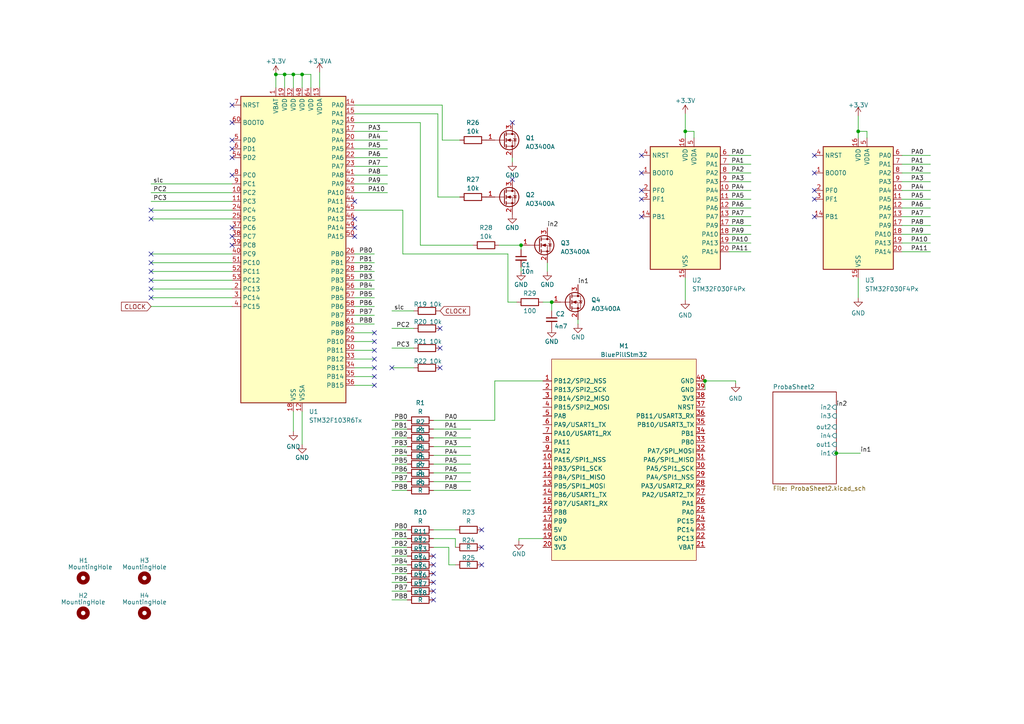
<source format=kicad_sch>
(kicad_sch (version 20230121) (generator eeschema)
  (paper "A4")
  (title_block (title "My proba"))
  (lib_symbols
    (symbol "Device:C_Small" (pin_numbers hide) (pin_names (offset 0.254) hide)
      (property "Reference" "C" (at 0.254 1.778 0))
      (property "Value" "C_Small" (at 0.254 -2.032 0))
      (symbol "C_Small_0_1"
        (polyline (pts (xy -1.524 -0.508) (xy 1.524 -0.508)) (stroke (width 0.3302)))
        (polyline (pts (xy -1.524 0.508) (xy 1.524 0.508)) (stroke (width 0.3048)))
      )
      (symbol "C_Small_1_1"
        (pin passive line (at 0 2.54 270) (length 2.032) (name "~") (number "1"))
        (pin passive line (at 0 -2.54 90) (length 2.032) (name "~") (number "2"))
      )
    )
    (symbol "Device:R" (pin_numbers hide) (pin_names (offset 0))
      (property "Reference" "R" (at 2.032 0 90))
      (property "Value" "R" (at 0 0 90))
      (symbol "R_0_1"
        (rectangle (start -1.016 -2.54) (end 1.016 2.54) (stroke (width 0.254)))
      )
      (symbol "R_1_1"
        (pin passive line (at 0 3.81 270) (length 1.27) (name "~") (number "1"))
        (pin passive line (at 0 -3.81 90) (length 1.27) (name "~") (number "2"))
      )
    )
    (symbol "MCU_ST_STM32F0:STM32F030F4Px"
      (property "Reference" "U" (at -10.16 19.05 0))
      (property "Value" "STM32F030F4Px" (at 5.08 19.05 0))
      (symbol "STM32F030F4Px_0_1"
        (rectangle (start -10.16 -17.78) (end 10.16 17.78) (stroke (width 0.254)) (fill (type background)))
      )
      (symbol "STM32F030F4Px_1_1"
        (pin input line (at -12.7 10.16 0) (length 2.54) (name "BOOT0") (number "1"))
        (pin bidirectional line (at 12.7 5.08 180) (length 2.54) (name "PA4") (number "10"))
        (pin bidirectional line (at 12.7 2.54 180) (length 2.54) (name "PA5") (number "11"))
        (pin bidirectional line (at 12.7 0 180) (length 2.54) (name "PA6") (number "12"))
        (pin bidirectional line (at 12.7 -2.54 180) (length 2.54) (name "PA7") (number "13"))
        (pin bidirectional line (at -12.7 -2.54 0) (length 2.54) (name "PB1") (number "14"))
        (pin power_in line (at 0 -20.32 90) (length 2.54) (name "VSS") (number "15"))
        (pin power_in line (at 0 20.32 270) (length 2.54) (name "VDD") (number "16"))
        (pin bidirectional line (at 12.7 -5.08 180) (length 2.54) (name "PA9") (number "17"))
        (pin bidirectional line (at 12.7 -7.62 180) (length 2.54) (name "PA10") (number "18"))
        (pin bidirectional line (at 12.7 -10.16 180) (length 2.54) (name "PA13") (number "19"))
        (pin bidirectional line (at -12.7 5.08 0) (length 2.54) (name "PF0") (number "2"))
        (pin bidirectional line (at 12.7 -12.7 180) (length 2.54) (name "PA14") (number "20"))
        (pin bidirectional line (at -12.7 2.54 0) (length 2.54) (name "PF1") (number "3"))
        (pin input line (at -12.7 15.24 0) (length 2.54) (name "NRST") (number "4"))
        (pin power_in line (at 2.54 20.32 270) (length 2.54) (name "VDDA") (number "5"))
        (pin bidirectional line (at 12.7 15.24 180) (length 2.54) (name "PA0") (number "6"))
        (pin bidirectional line (at 12.7 12.7 180) (length 2.54) (name "PA1") (number "7"))
        (pin bidirectional line (at 12.7 10.16 180) (length 2.54) (name "PA2") (number "8"))
        (pin bidirectional line (at 12.7 7.62 180) (length 2.54) (name "PA3") (number "9"))
      )
    )
    (symbol "MCU_ST_STM32F1:STM32F103R6Tx"
      (property "Reference" "U" (at -15.24 46.99 0))
      (property "Value" "STM32F103R6Tx" (at 10.16 46.99 0))
      (symbol "STM32F103R6Tx_0_1"
        (rectangle (start -15.24 -43.18) (end 15.24 45.72) (stroke (width 0.254)) (fill (type background)))
      )
      (symbol "STM32F103R6Tx_1_1"
        (pin power_in line (at -5.08 48.26 270) (length 2.54) (name "VBAT") (number "1"))
        (pin bidirectional line (at -17.78 17.78 0) (length 2.54) (name "PC2") (number "10"))
        (pin bidirectional line (at -17.78 15.24 0) (length 2.54) (name "PC3") (number "11"))
        (pin power_in line (at 2.54 -45.72 90) (length 2.54) (name "VSSA") (number "12"))
        (pin power_in line (at 7.62 48.26 270) (length 2.54) (name "VDDA") (number "13"))
        (pin bidirectional line (at 17.78 43.18 180) (length 2.54) (name "PA0") (number "14"))
        (pin bidirectional line (at 17.78 40.64 180) (length 2.54) (name "PA1") (number "15"))
        (pin bidirectional line (at 17.78 38.1 180) (length 2.54) (name "PA2") (number "16"))
        (pin bidirectional line (at 17.78 35.56 180) (length 2.54) (name "PA3") (number "17"))
        (pin power_in line (at 0 -45.72 90) (length 2.54) (name "VSS") (number "18"))
        (pin power_in line (at -2.54 48.26 270) (length 2.54) (name "VDD") (number "19"))
        (pin bidirectional line (at -17.78 -10.16 0) (length 2.54) (name "PC13") (number "2"))
        (pin bidirectional line (at 17.78 33.02 180) (length 2.54) (name "PA4") (number "20"))
        (pin bidirectional line (at 17.78 30.48 180) (length 2.54) (name "PA5") (number "21"))
        (pin bidirectional line (at 17.78 27.94 180) (length 2.54) (name "PA6") (number "22"))
        (pin bidirectional line (at 17.78 25.4 180) (length 2.54) (name "PA7") (number "23"))
        (pin bidirectional line (at -17.78 12.7 0) (length 2.54) (name "PC4") (number "24"))
        (pin bidirectional line (at -17.78 10.16 0) (length 2.54) (name "PC5") (number "25"))
        (pin bidirectional line (at 17.78 0 180) (length 2.54) (name "PB0") (number "26"))
        (pin bidirectional line (at 17.78 -2.54 180) (length 2.54) (name "PB1") (number "27"))
        (pin bidirectional line (at 17.78 -5.08 180) (length 2.54) (name "PB2") (number "28"))
        (pin bidirectional line (at 17.78 -25.4 180) (length 2.54) (name "PB10") (number "29"))
        (pin bidirectional line (at -17.78 -12.7 0) (length 2.54) (name "PC14") (number "3"))
        (pin bidirectional line (at 17.78 -27.94 180) (length 2.54) (name "PB11") (number "30"))
        (pin passive line (at 0 -45.72 90) (length 2.54) hide (name "VSS") (number "31"))
        (pin power_in line (at 0 48.26 270) (length 2.54) (name "VDD") (number "32"))
        (pin bidirectional line (at 17.78 -30.48 180) (length 2.54) (name "PB12") (number "33"))
        (pin bidirectional line (at 17.78 -33.02 180) (length 2.54) (name "PB13") (number "34"))
        (pin bidirectional line (at 17.78 -35.56 180) (length 2.54) (name "PB14") (number "35"))
        (pin bidirectional line (at 17.78 -38.1 180) (length 2.54) (name "PB15") (number "36"))
        (pin bidirectional line (at -17.78 7.62 0) (length 2.54) (name "PC6") (number "37"))
        (pin bidirectional line (at -17.78 5.08 0) (length 2.54) (name "PC7") (number "38"))
        (pin bidirectional line (at -17.78 2.54 0) (length 2.54) (name "PC8") (number "39"))
        (pin bidirectional line (at -17.78 -15.24 0) (length 2.54) (name "PC15") (number "4"))
        (pin bidirectional line (at -17.78 0 0) (length 2.54) (name "PC9") (number "40"))
        (pin bidirectional line (at 17.78 22.86 180) (length 2.54) (name "PA8") (number "41"))
        (pin bidirectional line (at 17.78 20.32 180) (length 2.54) (name "PA9") (number "42"))
        (pin bidirectional line (at 17.78 17.78 180) (length 2.54) (name "PA10") (number "43"))
        (pin bidirectional line (at 17.78 15.24 180) (length 2.54) (name "PA11") (number "44"))
        (pin bidirectional line (at 17.78 12.7 180) (length 2.54) (name "PA12") (number "45"))
        (pin bidirectional line (at 17.78 10.16 180) (length 2.54) (name "PA13") (number "46"))
        (pin passive line (at 0 -45.72 90) (length 2.54) hide (name "VSS") (number "47"))
        (pin power_in line (at 2.54 48.26 270) (length 2.54) (name "VDD") (number "48"))
        (pin bidirectional line (at 17.78 7.62 180) (length 2.54) (name "PA14") (number "49"))
        (pin bidirectional line (at -17.78 33.02 0) (length 2.54) (name "PD0") (number "5"))
        (pin bidirectional line (at 17.78 5.08 180) (length 2.54) (name "PA15") (number "50"))
        (pin bidirectional line (at -17.78 -2.54 0) (length 2.54) (name "PC10") (number "51"))
        (pin bidirectional line (at -17.78 -5.08 0) (length 2.54) (name "PC11") (number "52"))
        (pin bidirectional line (at -17.78 -7.62 0) (length 2.54) (name "PC12") (number "53"))
        (pin bidirectional line (at -17.78 27.94 0) (length 2.54) (name "PD2") (number "54"))
        (pin bidirectional line (at 17.78 -7.62 180) (length 2.54) (name "PB3") (number "55"))
        (pin bidirectional line (at 17.78 -10.16 180) (length 2.54) (name "PB4") (number "56"))
        (pin bidirectional line (at 17.78 -12.7 180) (length 2.54) (name "PB5") (number "57"))
        (pin bidirectional line (at 17.78 -15.24 180) (length 2.54) (name "PB6") (number "58"))
        (pin bidirectional line (at 17.78 -17.78 180) (length 2.54) (name "PB7") (number "59"))
        (pin bidirectional line (at -17.78 30.48 0) (length 2.54) (name "PD1") (number "6"))
        (pin input line (at -17.78 38.1 0) (length 2.54) (name "BOOT0") (number "60"))
        (pin bidirectional line (at 17.78 -20.32 180) (length 2.54) (name "PB8") (number "61"))
        (pin bidirectional line (at 17.78 -22.86 180) (length 2.54) (name "PB9") (number "62"))
        (pin passive line (at 0 -45.72 90) (length 2.54) hide (name "VSS") (number "63"))
        (pin power_in line (at 5.08 48.26 270) (length 2.54) (name "VDD") (number "64"))
        (pin input line (at -17.78 43.18 0) (length 2.54) (name "NRST") (number "7"))
        (pin bidirectional line (at -17.78 22.86 0) (length 2.54) (name "PC0") (number "8"))
        (pin bidirectional line (at -17.78 20.32 0) (length 2.54) (name "PC1") (number "9"))
      )
    )
    (symbol "Mechanical:MountingHole" (pin_names (offset 1.016))
      (property "Reference" "H" (at 0 5.08 0))
      (property "Value" "MountingHole" (at 0 3.175 0))
      (symbol "MountingHole_0_1"
        (circle (center 0 0) (radius 1.27) (stroke (width 1.27)))
      )
    )
    (symbol "Transistor_FET:AO3400A" (pin_names hide)
      (property "Reference" "Q" (at 5.08 1.905 0))
      (property "Value" "AO3400A" (at 5.08 0 0))
      (symbol "AO3400A_0_1"
        (polyline (pts (xy 0.254 0) (xy -2.54 0)))
        (polyline (pts (xy 0.254 1.905) (xy 0.254 -1.905)) (stroke (width 0.254)))
        (polyline (pts (xy 0.762 -1.27) (xy 0.762 -2.286)) (stroke (width 0.254)))
        (polyline (pts (xy 0.762 0.508) (xy 0.762 -0.508)) (stroke (width 0.254)))
        (polyline (pts (xy 0.762 2.286) (xy 0.762 1.27)) (stroke (width 0.254)))
        (polyline (pts (xy 2.54 2.54) (xy 2.54 1.778)))
        (polyline (pts (xy 2.54 -2.54) (xy 2.54 0) (xy 0.762 0)))
        (polyline (pts (xy 0.762 -1.778) (xy 3.302 -1.778) (xy 3.302 1.778) (xy 0.762 1.778)))
        (polyline (pts (xy 1.016 0) (xy 2.032 0.381) (xy 2.032 -0.381) (xy 1.016 0)) (fill (type outline)))
        (polyline (pts (xy 2.794 0.508) (xy 2.921 0.381) (xy 3.683 0.381) (xy 3.81 0.254)))
        (polyline (pts (xy 3.302 0.381) (xy 2.921 -0.254) (xy 3.683 -0.254) (xy 3.302 0.381)))
        (circle (center 1.651 0) (radius 2.794) (stroke (width 0.254)))
        (circle (center 2.54 -1.778) (radius 0.254) (fill (type outline)))
        (circle (center 2.54 1.778) (radius 0.254) (fill (type outline)))
      )
      (symbol "AO3400A_1_1"
        (pin input line (at -5.08 0 0) (length 2.54) (name "G") (number "1"))
        (pin passive line (at 2.54 -5.08 90) (length 2.54) (name "S") (number "2"))
        (pin passive line (at 2.54 5.08 270) (length 2.54) (name "D") (number "3"))
      )
    )
    (symbol "Z_modules:BluePillStm32"
      (property "Reference" "M" (at -1.27 30.48 0))
      (property "Value" "BluePillStm32" (at -1.27 26.67 0))
      (symbol "BluePillStm32_1_1"
        (rectangle (start -21.59 29.21) (end 20.32 -29.21) (fill (type background)))
        (pin tri_state line (at -24.13 22.86 0) (length 2.54) (name "PB12/SPI2_NSS") (number "1"))
        (pin tri_state line (at -24.13 0 0) (length 2.54) (name "PA15/SPI1_NSS") (number "10"))
        (pin tri_state line (at -24.13 -2.54 0) (length 2.54) (name "PB3/SPI1_SCK") (number "11"))
        (pin tri_state line (at -24.13 -5.08 0) (length 2.54) (name "PB4/SPI1_MISO") (number "12"))
        (pin tri_state line (at -24.13 -7.62 0) (length 2.54) (name "PB5/SPI1_MOSI") (number "13"))
        (pin tri_state line (at -24.13 -10.16 0) (length 2.54) (name "PB6/USART1_TX") (number "14"))
        (pin tri_state line (at -24.13 -12.7 0) (length 2.54) (name "PB7/USART1_RX") (number "15"))
        (pin tri_state line (at -24.13 -15.24 0) (length 2.54) (name "PB8") (number "16"))
        (pin tri_state line (at -24.13 -17.78 0) (length 2.54) (name "PB9") (number "17"))
        (pin power_in line (at -24.13 -20.32 0) (length 2.54) (name "5V") (number "18"))
        (pin power_in line (at -24.13 -22.86 0) (length 2.54) (name "GND") (number "19"))
        (pin tri_state line (at -24.13 20.32 0) (length 2.54) (name "PB13/SPI2_SCK") (number "2"))
        (pin power_in line (at -24.13 -25.4 0) (length 2.54) (name "3V3") (number "20"))
        (pin power_in line (at 22.86 -25.4 180) (length 2.54) (name "VBAT") (number "21"))
        (pin tri_state line (at 22.86 -22.86 180) (length 2.54) (name "PC13") (number "22"))
        (pin tri_state line (at 22.86 -20.32 180) (length 2.54) (name "PC14") (number "23"))
        (pin tri_state line (at 22.86 -17.78 180) (length 2.54) (name "PC15") (number "24"))
        (pin tri_state line (at 22.86 -15.24 180) (length 2.54) (name "PA0") (number "25"))
        (pin tri_state line (at 22.86 -12.7 180) (length 2.54) (name "PA1") (number "26"))
        (pin tri_state line (at 22.86 -10.16 180) (length 2.54) (name "PA2/USART2_TX") (number "27"))
        (pin tri_state line (at 22.86 -7.62 180) (length 2.54) (name "PA3/USART2_RX") (number "28"))
        (pin tri_state line (at 22.86 -5.08 180) (length 2.54) (name "PA4/SPI1_NSS") (number "29"))
        (pin tri_state line (at -24.13 17.78 0) (length 2.54) (name "PB14/SPI2_MISO") (number "3"))
        (pin tri_state line (at 22.86 -2.54 180) (length 2.54) (name "PA5/SPI1_SCK") (number "30"))
        (pin tri_state line (at 22.86 0 180) (length 2.54) (name "PA6/SPI1_MISO") (number "31"))
        (pin tri_state line (at 22.86 2.54 180) (length 2.54) (name "PA7/SPI_MOSI") (number "32"))
        (pin tri_state line (at 22.86 5.08 180) (length 2.54) (name "PB0") (number "33"))
        (pin tri_state line (at 22.86 7.62 180) (length 2.54) (name "PB1") (number "34"))
        (pin tri_state line (at 22.86 10.16 180) (length 2.54) (name "PB10/USART3_TX") (number "35"))
        (pin tri_state line (at 22.86 12.7 180) (length 2.54) (name "PB11/USART3_RX") (number "36"))
        (pin tri_state line (at 22.86 15.24 180) (length 2.54) (name "NRST") (number "37"))
        (pin power_in line (at 22.86 17.78 180) (length 2.54) (name "3V3") (number "38"))
        (pin power_in line (at 22.86 20.32 180) (length 2.54) (name "GND") (number "39"))
        (pin tri_state line (at -24.13 15.24 0) (length 2.54) (name "PB15/SPI2_MOSI") (number "4"))
        (pin power_in line (at 22.86 22.86 180) (length 2.54) (name "GND") (number "40"))
        (pin tri_state line (at -24.13 12.7 0) (length 2.54) (name "PA8") (number "5"))
        (pin tri_state line (at -24.13 10.16 0) (length 2.54) (name "PA9/USART1_TX") (number "6"))
        (pin tri_state line (at -24.13 7.62 0) (length 2.54) (name "PA10/USART1_RX") (number "7"))
        (pin tri_state line (at -24.13 5.08 0) (length 2.54) (name "PA11") (number "8"))
        (pin tri_state line (at -24.13 2.54 0) (length 2.54) (name "PA12") (number "9"))
      )
    )
    (symbol "power:+3.3V" (power) (pin_names (offset 0))
      (property "Value" "+3.3V" (at 0 3.556 0))
      (symbol "+3.3V_0_1"
        (polyline (pts (xy -0.762 1.27) (xy 0 2.54)))
        (polyline (pts (xy 0 0) (xy 0 2.54)))
        (polyline (pts (xy 0 2.54) (xy 0.762 1.27)))
      )
      (symbol "+3.3V_1_1"
        (pin power_in line (at 0 0 90) (length 0) hide (name "+3.3V") (number "1"))
      )
    )
    (symbol "power:+3.3VA" (power) (pin_names (offset 0))
      (property "Value" "+3.3VA" (at 0 3.556 0))
      (symbol "+3.3VA_0_1"
        (polyline (pts (xy -0.762 1.27) (xy 0 2.54)))
        (polyline (pts (xy 0 0) (xy 0 2.54)))
        (polyline (pts (xy 0 2.54) (xy 0.762 1.27)))
      )
      (symbol "+3.3VA_1_1"
        (pin power_in line (at 0 0 90) (length 0) hide (name "+3.3VA") (number "1"))
      )
    )
    (symbol "power:GND" (power) (pin_names (offset 0))
      (property "Value" "GND" (at 0 -3.81 0))
      (symbol "GND_0_1"
        (polyline (pts (xy 0 0) (xy 0 -1.27) (xy 1.27 -1.27) (xy 0 -2.54) (xy -1.27 -1.27) (xy 0 -1.27)))
      )
      (symbol "GND_1_1"
        (pin power_in line (at 0 0 270) (length 0) hide (name "GND") (number "1"))
      )
    )
  )
  (junction (at 198.755 38.1))
  (junction (at 82.55 21.59))
  (junction (at 204.47 110.49))
  (junction (at 85.09 21.59))
  (junction (at 242.57 131.445))
  (junction (at 151.13 71.12))
  (junction (at 87.63 21.59))
  (junction (at 80.01 21.59))
  (junction (at 248.92 38.1))
  (junction (at 160.02 87.63))
  (no_connect (at 43.815 76.2))
  (no_connect (at 125.73 171.45))
  (no_connect (at 43.815 86.36))
  (no_connect (at 108.585 96.52))
  (no_connect (at 67.31 30.48))
  (no_connect (at 108.585 106.68))
  (no_connect (at 186.055 45.085))
  (no_connect (at 43.815 78.74))
  (no_connect (at 102.87 68.58))
  (no_connect (at 148.59 52.07))
  (no_connect (at 186.055 50.165))
  (no_connect (at 67.31 68.58))
  (no_connect (at 108.585 109.22))
  (no_connect (at 102.87 63.5))
  (no_connect (at 67.31 71.12))
  (no_connect (at 139.7 153.67))
  (no_connect (at 127.635 95.25))
  (no_connect (at 125.73 173.99))
  (no_connect (at 67.31 43.18))
  (no_connect (at 67.31 66.04))
  (no_connect (at 127.635 100.965))
  (no_connect (at 236.22 57.785))
  (no_connect (at 67.31 35.56))
  (no_connect (at 108.585 111.76))
  (no_connect (at 186.055 62.865))
  (no_connect (at 236.22 50.165))
  (no_connect (at 67.31 45.72))
  (no_connect (at 186.055 57.785))
  (no_connect (at 102.87 66.04))
  (no_connect (at 43.815 60.96))
  (no_connect (at 148.59 35.56))
  (no_connect (at 127.635 106.68))
  (no_connect (at 67.31 50.8))
  (no_connect (at 108.585 101.6))
  (no_connect (at 125.73 166.37))
  (no_connect (at 236.22 62.865))
  (no_connect (at 236.22 55.245))
  (no_connect (at 125.73 161.29))
  (no_connect (at 43.815 73.66))
  (no_connect (at 102.87 58.42))
  (no_connect (at 113.665 106.68))
  (no_connect (at 43.815 63.5))
  (no_connect (at 108.585 104.14))
  (no_connect (at 108.585 99.06))
  (no_connect (at 139.7 158.75))
  (no_connect (at 236.22 45.085))
  (no_connect (at 125.73 168.91))
  (no_connect (at 67.31 40.64))
  (no_connect (at 186.055 55.245))
  (no_connect (at 139.7 163.83))
  (no_connect (at 43.815 83.82))
  (no_connect (at 43.815 81.28))
  (no_connect (at 125.73 163.83))
  (wire (pts (xy 147.32 73.66) (xy 116.84 73.66)))
  (wire (pts (xy 160.02 87.63) (xy 160.02 90.17)))
  (wire (pts (xy 102.87 33.02) (xy 127 33.02)))
  (wire (pts (xy 102.87 101.6) (xy 108.585 101.6)))
  (wire (pts (xy 211.455 60.325) (xy 217.805 60.325)))
  (wire (pts (xy 148.59 45.72) (xy 148.59 46.99)))
  (wire (pts (xy 43.815 60.96) (xy 67.31 60.96)))
  (wire (pts (xy 113.665 142.24) (xy 118.11 142.24)))
  (wire (pts (xy 102.87 88.9) (xy 108.585 88.9)))
  (wire (pts (xy 113.665 153.67) (xy 118.11 153.67)))
  (wire (pts (xy 261.62 67.945) (xy 269.875 67.945)))
  (wire (pts (xy 211.455 70.485) (xy 217.805 70.485)))
  (wire (pts (xy 132.08 156.21) (xy 125.73 156.21)))
  (wire (pts (xy 261.62 62.865) (xy 269.875 62.865)))
  (wire (pts (xy 248.92 38.1) (xy 248.92 40.005)))
  (wire (pts (xy 113.665 127) (xy 118.11 127)))
  (wire (pts (xy 113.665 132.08) (xy 118.11 132.08)))
  (wire (pts (xy 251.46 40.005) (xy 251.46 38.1)))
  (wire (pts (xy 43.815 63.5) (xy 67.31 63.5)))
  (wire (pts (xy 113.665 163.83) (xy 118.11 163.83)))
  (wire (pts (xy 261.62 52.705) (xy 269.875 52.705)))
  (wire (pts (xy 147.32 87.63) (xy 147.32 73.66)))
  (wire (pts (xy 102.87 38.1) (xy 112.395 38.1)))
  (wire (pts (xy 204.47 110.49) (xy 213.36 110.49)))
  (wire (pts (xy 127 33.02) (xy 127 57.15)))
  (wire (pts (xy 102.87 96.52) (xy 108.585 96.52)))
  (wire (pts (xy 128.27 40.64) (xy 133.35 40.64)))
  (wire (pts (xy 113.665 134.62) (xy 118.11 134.62)))
  (wire (pts (xy 102.87 73.66) (xy 108.585 73.66)))
  (wire (pts (xy 102.87 48.26) (xy 112.395 48.26)))
  (wire (pts (xy 113.665 158.75) (xy 118.11 158.75)))
  (wire (pts (xy 143.51 121.92) (xy 143.51 110.49)))
  (wire (pts (xy 211.455 52.705) (xy 217.805 52.705)))
  (wire (pts (xy 125.73 134.62) (xy 136.525 134.62)))
  (wire (pts (xy 211.455 65.405) (xy 217.805 65.405)))
  (wire (pts (xy 113.665 161.29) (xy 118.11 161.29)))
  (wire (pts (xy 116.84 73.66) (xy 116.84 60.96)))
  (wire (pts (xy 102.87 99.06) (xy 108.585 99.06)))
  (wire (pts (xy 116.84 60.96) (xy 102.87 60.96)))
  (wire (pts (xy 198.755 80.645) (xy 198.755 86.995)))
  (wire (pts (xy 125.73 153.67) (xy 132.08 153.67)))
  (wire (pts (xy 87.63 119.38) (xy 87.63 128.905)))
  (wire (pts (xy 130.175 158.75) (xy 125.73 158.75)))
  (wire (pts (xy 85.09 21.59) (xy 87.63 21.59)))
  (wire (pts (xy 85.09 21.59) (xy 85.09 25.4)))
  (wire (pts (xy 102.87 93.98) (xy 108.585 93.98)))
  (wire (pts (xy 43.815 83.82) (xy 67.31 83.82)))
  (wire (pts (xy 43.815 88.9) (xy 67.31 88.9)))
  (wire (pts (xy 211.455 55.245) (xy 217.805 55.245)))
  (wire (pts (xy 82.55 21.59) (xy 82.55 25.4)))
  (wire (pts (xy 43.815 81.28) (xy 67.31 81.28)))
  (wire (pts (xy 261.62 47.625) (xy 269.875 47.625)))
  (wire (pts (xy 125.73 127) (xy 136.525 127)))
  (wire (pts (xy 113.665 137.16) (xy 118.11 137.16)))
  (wire (pts (xy 150.495 156.21) (xy 150.495 156.845)))
  (wire (pts (xy 102.87 50.8) (xy 112.395 50.8)))
  (wire (pts (xy 43.815 58.42) (xy 67.31 58.42)))
  (wire (pts (xy 113.665 129.54) (xy 118.11 129.54)))
  (wire (pts (xy 167.64 93.98) (xy 167.64 92.71)))
  (wire (pts (xy 127 57.15) (xy 133.35 57.15)))
  (wire (pts (xy 121.92 35.56) (xy 121.92 71.12)))
  (wire (pts (xy 102.87 43.18) (xy 112.395 43.18)))
  (wire (pts (xy 248.92 80.645) (xy 248.92 86.36)))
  (wire (pts (xy 102.87 76.2) (xy 108.585 76.2)))
  (wire (pts (xy 128.27 30.48) (xy 128.27 40.64)))
  (wire (pts (xy 121.92 71.12) (xy 137.16 71.12)))
  (wire (pts (xy 125.73 124.46) (xy 136.525 124.46)))
  (wire (pts (xy 102.87 86.36) (xy 108.585 86.36)))
  (wire (pts (xy 125.73 132.08) (xy 136.525 132.08)))
  (wire (pts (xy 125.73 129.54) (xy 136.525 129.54)))
  (wire (pts (xy 201.295 40.005) (xy 201.295 38.1)))
  (wire (pts (xy 113.665 166.37) (xy 118.11 166.37)))
  (wire (pts (xy 87.63 21.59) (xy 87.63 25.4)))
  (wire (pts (xy 102.87 111.76) (xy 108.585 111.76)))
  (wire (pts (xy 132.08 158.75) (xy 132.08 156.21)))
  (wire (pts (xy 261.62 65.405) (xy 269.875 65.405)))
  (wire (pts (xy 211.455 47.625) (xy 217.805 47.625)))
  (wire (pts (xy 261.62 73.025) (xy 269.875 73.025)))
  (wire (pts (xy 201.295 38.1) (xy 198.755 38.1)))
  (wire (pts (xy 211.455 62.865) (xy 217.805 62.865)))
  (wire (pts (xy 261.62 55.245) (xy 269.875 55.245)))
  (wire (pts (xy 43.815 86.36) (xy 67.31 86.36)))
  (wire (pts (xy 211.455 57.785) (xy 217.805 57.785)))
  (wire (pts (xy 102.87 104.14) (xy 108.585 104.14)))
  (wire (pts (xy 144.78 71.12) (xy 151.13 71.12)))
  (wire (pts (xy 102.87 53.34) (xy 112.395 53.34)))
  (wire (pts (xy 80.01 21.59) (xy 82.55 21.59)))
  (wire (pts (xy 113.665 168.91) (xy 118.11 168.91)))
  (wire (pts (xy 125.73 137.16) (xy 136.525 137.16)))
  (wire (pts (xy 113.665 171.45) (xy 118.11 171.45)))
  (wire (pts (xy 113.665 156.21) (xy 118.11 156.21)))
  (wire (pts (xy 151.13 71.12) (xy 151.13 72.39)))
  (wire (pts (xy 102.87 106.68) (xy 108.585 106.68)))
  (wire (pts (xy 102.87 35.56) (xy 121.92 35.56)))
  (wire (pts (xy 102.87 40.64) (xy 112.395 40.64)))
  (wire (pts (xy 242.57 131.445) (xy 249.555 131.445)))
  (wire (pts (xy 43.815 78.74) (xy 67.31 78.74)))
  (wire (pts (xy 261.62 70.485) (xy 269.875 70.485)))
  (wire (pts (xy 261.62 45.085) (xy 269.875 45.085)))
  (wire (pts (xy 102.87 45.72) (xy 112.395 45.72)))
  (wire (pts (xy 102.87 30.48) (xy 128.27 30.48)))
  (wire (pts (xy 149.86 87.63) (xy 147.32 87.63)))
  (wire (pts (xy 251.46 38.1) (xy 248.92 38.1)))
  (wire (pts (xy 113.665 95.25) (xy 120.015 95.25)))
  (wire (pts (xy 113.665 121.92) (xy 118.11 121.92)))
  (wire (pts (xy 157.48 87.63) (xy 160.02 87.63)))
  (wire (pts (xy 261.62 57.785) (xy 269.875 57.785)))
  (wire (pts (xy 102.87 83.82) (xy 108.585 83.82)))
  (wire (pts (xy 211.455 73.025) (xy 217.805 73.025)))
  (wire (pts (xy 261.62 50.165) (xy 269.875 50.165)))
  (wire (pts (xy 241.935 131.445) (xy 242.57 131.445)))
  (wire (pts (xy 102.87 81.28) (xy 108.585 81.28)))
  (wire (pts (xy 157.48 156.21) (xy 150.495 156.21)))
  (wire (pts (xy 113.665 106.68) (xy 120.015 106.68)))
  (wire (pts (xy 43.815 53.34) (xy 67.31 53.34)))
  (wire (pts (xy 213.36 110.49) (xy 213.36 111.125)))
  (wire (pts (xy 80.01 21.59) (xy 80.01 25.4)))
  (wire (pts (xy 87.63 21.59) (xy 90.17 21.59)))
  (wire (pts (xy 248.92 33.655) (xy 248.92 38.1)))
  (wire (pts (xy 198.755 38.1) (xy 198.755 40.005)))
  (wire (pts (xy 43.815 55.88) (xy 67.31 55.88)))
  (wire (pts (xy 102.87 91.44) (xy 108.585 91.44)))
  (wire (pts (xy 130.175 163.83) (xy 130.175 158.75)))
  (wire (pts (xy 125.73 121.92) (xy 143.51 121.92)))
  (wire (pts (xy 158.75 76.2) (xy 158.75 78.74)))
  (wire (pts (xy 102.87 109.22) (xy 108.585 109.22)))
  (wire (pts (xy 113.665 139.7) (xy 118.11 139.7)))
  (wire (pts (xy 43.815 76.2) (xy 67.31 76.2)))
  (wire (pts (xy 90.17 25.4) (xy 90.17 21.59)))
  (wire (pts (xy 143.51 110.49) (xy 157.48 110.49)))
  (wire (pts (xy 113.665 90.17) (xy 120.015 90.17)))
  (wire (pts (xy 43.815 73.66) (xy 67.31 73.66)))
  (wire (pts (xy 125.73 139.7) (xy 136.525 139.7)))
  (wire (pts (xy 82.55 21.59) (xy 85.09 21.59)))
  (wire (pts (xy 198.755 33.02) (xy 198.755 38.1)))
  (wire (pts (xy 102.87 55.88) (xy 112.395 55.88)))
  (wire (pts (xy 211.455 45.085) (xy 217.805 45.085)))
  (wire (pts (xy 211.455 50.165) (xy 217.805 50.165)))
  (wire (pts (xy 113.665 100.965) (xy 120.015 100.965)))
  (wire (pts (xy 151.13 77.47) (xy 151.13 78.74)))
  (wire (pts (xy 211.455 67.945) (xy 217.805 67.945)))
  (wire (pts (xy 85.09 119.38) (xy 85.09 125.095)))
  (wire (pts (xy 92.71 20.955) (xy 92.71 25.4)))
  (wire (pts (xy 113.665 173.99) (xy 118.11 173.99)))
  (wire (pts (xy 125.73 142.24) (xy 136.525 142.24)))
  (wire (pts (xy 261.62 60.325) (xy 269.875 60.325)))
  (wire (pts (xy 113.665 124.46) (xy 118.11 124.46)))
  (wire (pts (xy 102.87 78.74) (xy 108.585 78.74)))
  (wire (pts (xy 204.47 110.49) (xy 204.47 113.03)))
  (wire (pts (xy 132.08 163.83) (xy 130.175 163.83)))
  (label "PC3" (at 44.45 58.42 0))
  (label "PA3" (at 106.68 38.1 0))
  (label "PA9" (at 106.68 53.34 0))
  (label "PB7" (at 114.3 171.45 0))
  (label "PB1" (at 104.14 76.2 0))
  (label "PA10" (at 212.09 70.485 0))
  (label "PA9" (at 212.09 67.945 0))
  (label "PB1" (at 114.3 124.46 0))
  (label "PB6" (at 114.3 137.16 0))
  (label "PA5" (at 212.09 57.785 0))
  (label "PA8" (at 212.09 65.405 0))
  (label "PA8" (at 128.905 142.24 0))
  (label "slc" (at 114.3 90.17 0))
  (label "PB4" (at 104.14 83.82 0))
  (label "PC2" (at 114.935 95.25 0))
  (label "PA4" (at 264.16 55.245 0))
  (label "PB3" (at 104.14 81.28 0))
  (label "PB2" (at 114.3 158.75 0))
  (label "PA4" (at 212.09 55.245 0))
  (label "PA11" (at 264.16 73.025 0))
  (label "PA3" (at 128.905 129.54 0))
  (label "PB7" (at 114.3 139.7 0))
  (label "PB5" (at 104.14 86.36 0))
  (label "PA2" (at 264.16 50.165 0))
  (label "PA2" (at 212.09 50.165 0))
  (label "PB2" (at 104.14 78.74 0))
  (label "PA11" (at 212.09 73.025 0))
  (label "PB4" (at 114.3 132.08 0))
  (label "PA3" (at 212.09 52.705 0))
  (label "PA6" (at 264.16 60.325 0))
  (label "PA8" (at 106.68 50.8 0))
  (label "PB2" (at 114.3 127 0))
  (label "PA4" (at 106.68 40.64 0))
  (label "PA1" (at 128.905 124.46 0))
  (label "in1" (at 167.64 82.55 0))
  (label "PB8" (at 104.14 93.98 0))
  (label "PB8" (at 114.3 142.24 0))
  (label "PA6" (at 212.09 60.325 0))
  (label "PC2" (at 44.45 55.88 0))
  (label "PB7" (at 104.14 91.44 0))
  (label "PA2" (at 128.905 127 0))
  (label "PA7" (at 212.09 62.865 0))
  (label "PA5" (at 264.16 57.785 0))
  (label "PA8" (at 264.16 65.405 0))
  (label "PB0" (at 114.3 153.67 0))
  (label "PA5" (at 128.905 134.62 0))
  (label "PC3" (at 114.935 100.965 0))
  (label "PA5" (at 106.68 43.18 0))
  (label "PA7" (at 128.905 139.7 0))
  (label "PB6" (at 114.3 168.91 0))
  (label "PA9" (at 264.16 67.945 0))
  (label "PA6" (at 128.905 137.16 0))
  (label "PB3" (at 114.3 161.29 0))
  (label "PB5" (at 114.3 134.62 0))
  (label "PB1" (at 114.3 156.21 0))
  (label "in2" (at 242.57 118.11 0))
  (label "in2" (at 158.75 66.04 0))
  (label "in1" (at 249.555 131.445 0))
  (label "PB8" (at 114.3 173.99 0))
  (label "PA4" (at 128.905 132.08 0))
  (label "PA10" (at 264.16 70.485 0))
  (label "PB5" (at 114.3 166.37 0))
  (label "PA7" (at 264.16 62.865 0))
  (label "PA0" (at 264.16 45.085 0))
  (label "PB4" (at 114.3 163.83 0))
  (label "PA0" (at 212.09 45.085 0))
  (label "PA7" (at 106.68 48.26 0))
  (label "slc" (at 44.45 53.34 0))
  (label "PB0" (at 104.14 73.66 0))
  (label "PA3" (at 264.16 52.705 0))
  (label "PA1" (at 264.16 47.625 0))
  (label "PA0" (at 128.905 121.92 0))
  (label "PA10" (at 106.68 55.88 0))
  (label "PA1" (at 212.09 47.625 0))
  (label "PB6" (at 104.14 88.9 0))
  (label "PB0" (at 114.3 121.92 0))
  (label "PA6" (at 106.68 45.72 0))
  (label "PB3" (at 114.3 129.54 0))
  (global_label "CLOCK" (shape input) (at 43.815 88.9 180) (property "Intersheetrefs" "${INTERSHEET_REFS}" (effects hide)))
  (global_label "CLOCK" (shape input) (at 127.635 90.17 0) (property "Intersheetrefs" "${INTERSHEET_REFS}" (effects hide)))
  (symbol (lib_id "Device:R") (at 121.92 171.45 90) (unit 1)
    (property "Reference" "R17" (at 121.92 169.418 90))
    (property "Value" "R" (at 121.92 171.45 90))
    (property "Footprint" "Resistor_SMD:R_1206_3216Metric" (effects hide))
  )
  (symbol (lib_id "Device:R") (at 153.67 87.63 90) (unit 1)
    (property "Reference" "R29" (at 153.67 85.09 90))
    (property "Value" "100" (at 153.67 90.17 90))
    (property "Footprint" "Resistor_SMD:R_1206_3216Metric_Pad1.30x1.75mm_HandSolder" (effects hide))
  )
  (symbol (lib_id "power:GND") (at 151.13 78.74 0) (unit 1)
    (property "Reference" "#PWR0102" (effects hide))
    (property "Value" "GND" (at 151.13 82.55 0))
  )
  (symbol (lib_id "Device:R") (at 135.89 158.75 90) (unit 1)
    (property "Reference" "R24" (at 135.89 156.718 90))
    (property "Value" "R" (at 135.89 158.75 90))
    (property "Footprint" "Resistor_SMD:R_1206_3216Metric" (effects hide))
  )
  (symbol (lib_id "Device:C_Small") (at 151.13 74.93 0) (unit 1)
    (property "Reference" "C1" (at 151.13 76.835 0) (effects (justify left)))
    (property "Value" "10n" (at 151.13 78.74 0) (effects (justify left)))
    (property "Footprint" "Capacitor_SMD:C_1206_3216Metric_Pad1.33x1.80mm_HandSolder" (effects hide))
  )
  (symbol (lib_id "Device:R") (at 121.92 129.54 90) (unit 1)
    (property "Reference" "R4" (at 121.92 127.508 90))
    (property "Value" "R" (at 121.92 129.54 90))
    (property "Footprint" "Resistor_SMD:R_1206_3216Metric" (effects hide))
  )
  (symbol (lib_id "Transistor_FET:AO3400A") (at 156.21 71.12 0) (unit 1)
    (property "Reference" "Q3" (at 162.56 70.485 0) (effects (justify left)))
    (property "Value" "AO3400A" (at 162.56 73.025 0) (effects (justify left)))
    (property "Footprint" "Package_TO_SOT_SMD:SOT-23" (effects hide))
    (property "Datasheet" "http://www.aosmd.com/pdfs/datasheet/AO3400A.pdf" (effects hide))
  )
  (symbol (lib_id "Device:R") (at 121.92 163.83 90) (unit 1)
    (property "Reference" "R14" (at 121.92 161.798 90))
    (property "Value" "R" (at 121.92 163.83 90))
    (property "Footprint" "Resistor_SMD:R_1206_3216Metric" (effects hide))
  )
  (symbol (lib_id "Transistor_FET:AO3400A") (at 146.05 57.15 0) (unit 1)
    (property "Reference" "Q2" (at 152.4 56.515 0) (effects (justify left)))
    (property "Value" "AO3400A" (at 152.4 59.055 0) (effects (justify left)))
    (property "Footprint" "Package_TO_SOT_SMD:SOT-23" (effects hide))
    (property "Datasheet" "http://www.aosmd.com/pdfs/datasheet/AO3400A.pdf" (effects hide))
  )
  (symbol (lib_id "power:+3.3VA") (at 92.71 20.955 0) (unit 1)
    (property "Reference" "#PWR04" (effects hide))
    (property "Value" "+3.3VA" (at 92.71 17.78 0))
  )
  (symbol (lib_id "Transistor_FET:AO3400A") (at 165.1 87.63 0) (unit 1)
    (property "Reference" "Q4" (at 171.45 86.995 0) (effects (justify left)))
    (property "Value" "AO3400A" (at 171.45 89.535 0) (effects (justify left)))
    (property "Footprint" "Package_TO_SOT_SMD:SOT-23" (effects hide))
    (property "Datasheet" "http://www.aosmd.com/pdfs/datasheet/AO3400A.pdf" (effects hide))
  )
  (symbol (lib_id "power:GND") (at 248.92 86.36 0) (unit 1)
    (property "Reference" "#PWR014" (effects hide))
    (property "Value" "GND" (at 248.92 90.805 0))
  )
  (symbol (lib_id "Device:R") (at 121.92 168.91 90) (unit 1)
    (property "Reference" "R16" (at 121.92 166.878 90))
    (property "Value" "R" (at 121.92 168.91 90))
    (property "Footprint" "Resistor_SMD:R_1206_3216Metric" (effects hide))
  )
  (symbol (lib_id "MCU_ST_STM32F0:STM32F030F4Px") (at 198.755 60.325 0) (unit 1)
    (property "Reference" "U2" (at 200.7109 81.28 0) (effects (justify left)))
    (property "Value" "STM32F030F4Px" (at 200.7109 83.82 0) (effects (justify left)))
    (property "Footprint" "Package_SO:TSSOP-20_4.4x6.5mm_P0.65mm" (effects hide))
    (property "Datasheet" "https://www.st.com/resource/en/datasheet/stm32f030f4.pdf" (effects hide))
  )
  (symbol (lib_id "power:GND") (at 213.36 111.125 0) (unit 1)
    (property "Reference" "#PWR06" (effects hide))
    (property "Value" "GND" (at 213.36 115.57 0))
  )
  (symbol (lib_id "Device:R") (at 121.92 139.7 90) (unit 1)
    (property "Reference" "R8" (at 121.92 137.668 90))
    (property "Value" "R" (at 121.92 139.7 90))
    (property "Footprint" "Resistor_SMD:R_1206_3216Metric" (effects hide))
  )
  (symbol (lib_id "power:GND") (at 85.09 125.095 0) (unit 1)
    (property "Reference" "#PWR02" (effects hide))
    (property "Value" "GND" (at 85.09 129.54 0))
  )
  (symbol (lib_id "power:GND") (at 198.755 86.995 0) (unit 1)
    (property "Reference" "#PWR012" (effects hide))
    (property "Value" "GND" (at 198.755 91.44 0))
  )
  (symbol (lib_id "Device:R") (at 140.97 71.12 90) (unit 1)
    (property "Reference" "R28" (at 140.97 66.04 90))
    (property "Value" "10k" (at 140.97 68.58 90))
    (property "Footprint" "Resistor_SMD:R_1206_3216Metric_Pad1.30x1.75mm_HandSolder" (effects hide))
  )
  (symbol (lib_id "Device:R") (at 121.92 153.67 90) (unit 1)
    (property "Reference" "R10" (at 121.92 148.59 90))
    (property "Value" "R" (at 121.92 151.13 90))
    (property "Footprint" "Resistor_SMD:R_1206_3216Metric" (effects hide))
  )
  (symbol (lib_id "Device:R") (at 123.825 95.25 90) (unit 1)
    (property "Reference" "R20" (at 121.92 93.345 90))
    (property "Value" "10k" (at 126.365 93.345 90))
    (property "Footprint" "Resistor_SMD:R_1206_3216Metric_Pad1.30x1.75mm_HandSolder" (effects hide))
  )
  (symbol (lib_id "Device:R") (at 123.825 100.965 90) (unit 1)
    (property "Reference" "R21" (at 121.92 99.06 90))
    (property "Value" "10k" (at 126.365 99.06 90))
    (property "Footprint" "Resistor_SMD:R_1206_3216Metric_Pad1.30x1.75mm_HandSolder" (effects hide))
  )
  (symbol (lib_id "Mechanical:MountingHole") (at 24.13 167.64 0) (unit 1)
    (property "Reference" "H1" (at 22.86 162.56 0) (effects (justify left)))
    (property "Value" "MountingHole" (at 19.685 164.465 0) (effects (justify left)))
    (property "Footprint" "MountingHole:MountingHole_3.2mm_M3" (effects hide))
  )
  (symbol (lib_id "Device:R") (at 121.92 121.92 90) (unit 1)
    (property "Reference" "R1" (at 121.92 116.84 90))
    (property "Value" "R" (at 121.92 119.38 90))
    (property "Footprint" "Resistor_SMD:R_1206_3216Metric" (effects hide))
  )
  (symbol (lib_id "power:GND") (at 158.75 78.74 0) (unit 1)
    (property "Reference" "#PWR0105" (effects hide))
    (property "Value" "GND" (at 158.75 82.55 0))
  )
  (symbol (lib_id "Device:R") (at 123.825 106.68 90) (unit 1)
    (property "Reference" "R22" (at 121.92 104.775 90))
    (property "Value" "10k" (at 126.365 104.775 90))
    (property "Footprint" "Resistor_SMD:R_1206_3216Metric_Pad1.30x1.75mm_HandSolder" (effects hide))
  )
  (symbol (lib_id "power:GND") (at 160.02 95.25 0) (unit 1)
    (property "Reference" "#PWR0107" (effects hide))
    (property "Value" "GND" (at 160.02 99.06 0))
  )
  (symbol (lib_id "Device:R") (at 123.825 90.17 90) (unit 1)
    (property "Reference" "R19" (at 121.92 88.265 90))
    (property "Value" "10k" (at 126.365 88.265 90))
    (property "Footprint" "Resistor_SMD:R_1206_3216Metric_Pad1.30x1.75mm_HandSolder" (effects hide))
  )
  (symbol (lib_id "Device:R") (at 135.89 163.83 90) (unit 1)
    (property "Reference" "R25" (at 135.89 161.798 90))
    (property "Value" "R" (at 135.89 163.83 90))
    (property "Footprint" "Resistor_SMD:R_1206_3216Metric" (effects hide))
  )
  (symbol (lib_id "Z_modules:BluePillStm32") (at 181.61 133.35 0) (unit 1)
    (property "Reference" "M1" (at 180.975 100.33 0))
    (property "Value" "BluePillStm32" (at 180.975 102.87 0))
    (property "Footprint" "Z_modules:DIP-40_W15.24mm_Socket" (effects hide))
  )
  (symbol (lib_id "Mechanical:MountingHole") (at 24.13 177.8 0) (unit 1)
    (property "Reference" "H2" (at 24.13 172.72 0))
    (property "Value" "MountingHole" (at 24.13 174.625 0))
    (property "Footprint" "MountingHole:MountingHole_3.2mm_M3" (effects hide))
  )
  (symbol (lib_id "power:GND") (at 148.59 46.99 0) (unit 1)
    (property "Reference" "#PWR0104" (effects hide))
    (property "Value" "GND" (at 148.59 50.8 0))
  )
  (symbol (lib_id "Mechanical:MountingHole") (at 41.91 167.64 0) (unit 1)
    (property "Reference" "H3" (at 41.91 162.56 0))
    (property "Value" "MountingHole" (at 41.91 164.465 0))
    (property "Footprint" "MountingHole:MountingHole_3.2mm_M3" (effects hide))
  )
  (symbol (lib_id "Device:R") (at 137.16 40.64 90) (unit 1)
    (property "Reference" "R26" (at 137.16 35.56 90))
    (property "Value" "10k" (at 137.16 38.1 90))
    (property "Footprint" "Resistor_SMD:R_1206_3216Metric_Pad1.30x1.75mm_HandSolder" (effects hide))
  )
  (symbol (lib_id "power:+3.3V") (at 248.92 33.655 0) (unit 1)
    (property "Reference" "#PWR013" (effects hide))
    (property "Value" "+3.3V" (at 248.92 30.48 0))
  )
  (symbol (lib_id "Device:R") (at 121.92 132.08 90) (unit 1)
    (property "Reference" "R5" (at 121.92 130.048 90))
    (property "Value" "R" (at 121.92 132.08 90))
    (property "Footprint" "Resistor_SMD:R_1206_3216Metric" (effects hide))
  )
  (symbol (lib_id "Device:R") (at 121.92 127 90) (unit 1)
    (property "Reference" "R3" (at 121.92 124.968 90))
    (property "Value" "R" (at 121.92 127 90))
    (property "Footprint" "Resistor_SMD:R_1206_3216Metric" (effects hide))
  )
  (symbol (lib_id "Device:R") (at 121.92 161.29 90) (unit 1)
    (property "Reference" "R13" (at 121.92 159.258 90))
    (property "Value" "R" (at 121.92 161.29 90))
    (property "Footprint" "Resistor_SMD:R_1206_3216Metric" (effects hide))
  )
  (symbol (lib_id "Device:R") (at 121.92 137.16 90) (unit 1)
    (property "Reference" "R7" (at 121.92 135.128 90))
    (property "Value" "R" (at 121.92 137.16 90))
    (property "Footprint" "Resistor_SMD:R_1206_3216Metric" (effects hide))
  )
  (symbol (lib_id "Device:R") (at 135.89 153.67 90) (unit 1)
    (property "Reference" "R23" (at 135.89 148.59 90))
    (property "Value" "R" (at 135.89 151.13 90))
    (property "Footprint" "Resistor_SMD:R_1206_3216Metric" (effects hide))
  )
  (symbol (lib_id "Device:C_Small") (at 160.02 92.71 0) (unit 1)
    (property "Reference" "C2" (at 161.157 91.0632 0) (effects (justify left)))
    (property "Value" "4n7" (at 160.818 94.6463 0) (effects (justify left)))
    (property "Footprint" "Capacitor_SMD:C_1206_3216Metric_Pad1.33x1.80mm_HandSolder" (effects hide))
  )
  (symbol (lib_id "Mechanical:MountingHole") (at 41.91 177.8 0) (unit 1)
    (property "Reference" "H4" (at 41.91 172.72 0))
    (property "Value" "MountingHole" (at 41.91 174.625 0))
    (property "Footprint" "MountingHole:MountingHole_3.2mm_M3" (effects hide))
  )
  (symbol (lib_id "Device:R") (at 137.16 57.15 90) (unit 1)
    (property "Reference" "R27" (at 137.16 52.07 90))
    (property "Value" "10k" (at 137.16 54.61 90))
    (property "Footprint" "Resistor_SMD:R_1206_3216Metric_Pad1.30x1.75mm_HandSolder" (effects hide))
  )
  (symbol (lib_id "MCU_ST_STM32F1:STM32F103R6Tx") (at 85.09 73.66 0) (unit 1)
    (property "Reference" "U1" (at 89.5859 119.38 0) (effects (justify left)))
    (property "Value" "STM32F103R6Tx" (at 89.5859 121.92 0) (effects (justify left)))
    (property "Footprint" "Package_QFP:LQFP-64_10x10mm_P0.5mm" (effects hide))
    (property "Datasheet" "https://www.st.com/resource/en/datasheet/stm32f103r6.pdf" (effects hide))
  )
  (symbol (lib_id "Device:R") (at 121.92 156.21 90) (unit 1)
    (property "Reference" "R11" (at 121.92 154.178 90))
    (property "Value" "R" (at 121.92 156.21 90))
    (property "Footprint" "Resistor_SMD:R_1206_3216Metric" (effects hide))
  )
  (symbol (lib_id "Device:R") (at 121.92 124.46 90) (unit 1)
    (property "Reference" "R2" (at 121.92 122.428 90))
    (property "Value" "R" (at 121.92 124.46 90))
    (property "Footprint" "Resistor_SMD:R_1206_3216Metric" (effects hide))
  )
  (symbol (lib_id "Device:R") (at 121.92 173.99 90) (unit 1)
    (property "Reference" "R18" (at 121.92 171.958 90))
    (property "Value" "R" (at 121.92 173.99 90))
    (property "Footprint" "Resistor_SMD:R_1206_3216Metric" (effects hide))
  )
  (symbol (lib_id "Transistor_FET:AO3400A") (at 146.05 40.64 0) (unit 1)
    (property "Reference" "Q1" (at 152.4 40.005 0) (effects (justify left)))
    (property "Value" "AO3400A" (at 152.4 42.545 0) (effects (justify left)))
    (property "Footprint" "Package_TO_SOT_SMD:SOT-23" (effects hide))
    (property "Datasheet" "http://www.aosmd.com/pdfs/datasheet/AO3400A.pdf" (effects hide))
  )
  (symbol (lib_id "Device:R") (at 121.92 142.24 90) (unit 1)
    (property "Reference" "R9" (at 121.92 140.208 90))
    (property "Value" "R" (at 121.92 142.24 90))
    (property "Footprint" "Resistor_SMD:R_1206_3216Metric" (effects hide))
  )
  (symbol (lib_id "power:GND") (at 148.59 62.23 0) (unit 1)
    (property "Reference" "#PWR0103" (effects hide))
    (property "Value" "GND" (at 148.59 66.04 0))
  )
  (symbol (lib_id "power:GND") (at 150.495 156.845 0) (unit 1)
    (property "Reference" "#PWR0108" (effects hide))
    (property "Value" "GND" (at 150.495 160.655 0))
  )
  (symbol (lib_id "Device:R") (at 121.92 158.75 90) (unit 1)
    (property "Reference" "R12" (at 121.92 156.718 90))
    (property "Value" "R" (at 121.92 158.75 90))
    (property "Footprint" "Resistor_SMD:R_1206_3216Metric" (effects hide))
  )
  (symbol (lib_id "power:GND") (at 167.64 93.98 0) (unit 1)
    (property "Reference" "#PWR0106" (effects hide))
    (property "Value" "GND" (at 167.64 97.79 0))
  )
  (symbol (lib_id "power:+3.3V") (at 198.755 33.02 0) (unit 1)
    (property "Reference" "#PWR011" (effects hide))
    (property "Value" "+3.3V" (at 198.755 29.21 0))
  )
  (symbol (lib_id "Device:R") (at 121.92 166.37 90) (unit 1)
    (property "Reference" "R15" (at 121.92 164.338 90))
    (property "Value" "R" (at 121.92 166.37 90))
    (property "Footprint" "Resistor_SMD:R_1206_3216Metric" (effects hide))
  )
  (symbol (lib_id "power:GND") (at 87.63 128.905 0) (unit 1)
    (property "Reference" "#PWR0101" (effects hide))
    (property "Value" "GND" (at 87.63 132.715 0))
  )
  (symbol (lib_id "MCU_ST_STM32F0:STM32F030F4Px") (at 248.92 60.325 0) (unit 1)
    (property "Reference" "U3" (at 250.8759 81.28 0) (effects (justify left)))
    (property "Value" "STM32F030F4Px" (at 250.8759 83.82 0) (effects (justify left)))
    (property "Footprint" "Package_SO:TSSOP-20_4.4x6.5mm_P0.65mm" (effects hide))
    (property "Datasheet" "https://www.st.com/resource/en/datasheet/stm32f030f4.pdf" (effects hide))
  )
  (symbol (lib_id "Device:R") (at 121.92 134.62 90) (unit 1)
    (property "Reference" "R6" (at 121.92 132.588 90))
    (property "Value" "R" (at 121.92 134.62 90))
    (property "Footprint" "Resistor_SMD:R_1206_3216Metric" (effects hide))
  )
  (symbol (lib_id "power:+3.3V") (at 80.01 21.59 0) (unit 1)
    (property "Reference" "#PWR01" (effects hide))
    (property "Value" "+3.3V" (at 80.01 17.78 0))
  )
  (sheet (at 224.155 113.665) (size 18.415 26.67) (stroke (width 0.1524))
    (property "Sheetname" "ProbaSheet2" (at 224.155 112.9534 0) (effects (justify left bottom)))
    (property "Sheetfile" "ProbaSheet2.kicad_sch" (at 224.155 140.9196 0) (effects (justify left top)))
    (pin "in2" input (at 242.57 118.11 0))
    (pin "in3" input (at 242.57 120.65 0))
    (pin "out2" input (at 242.57 123.825 0))
    (pin "in4" input (at 242.57 126.365 0))
    (pin "out1" input (at 242.57 128.905 0))
    (pin "in1" input (at 242.57 131.445 0))
  )
)
</source>
